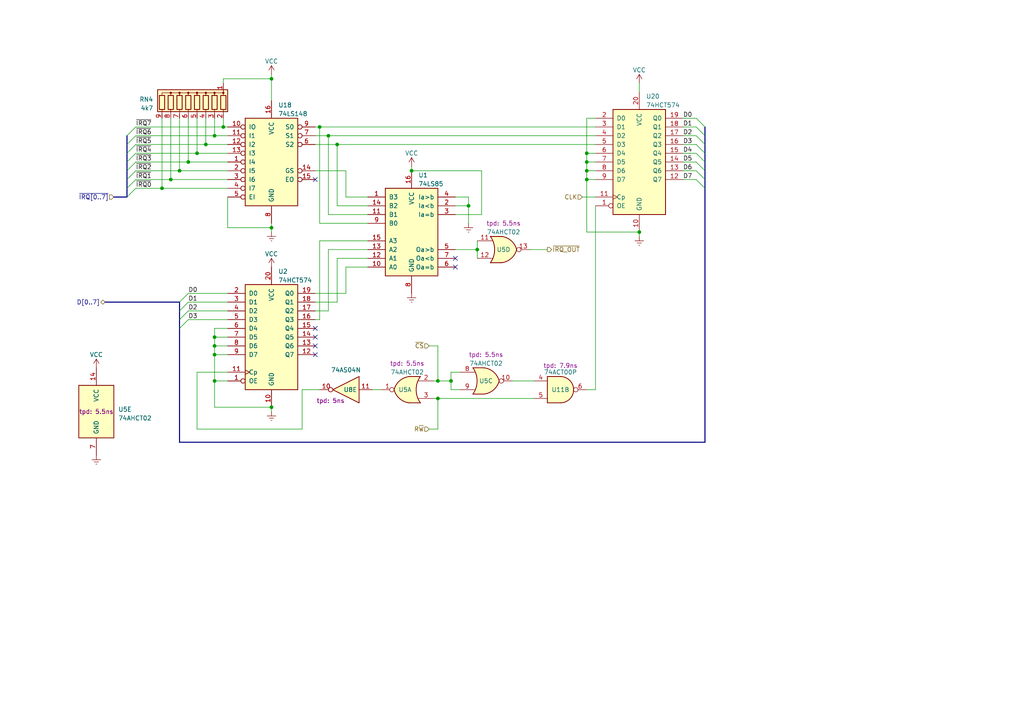
<source format=kicad_sch>
(kicad_sch (version 20230121) (generator eeschema)
  (paper "A4")
  (lib_symbols
    (symbol "74xx:74HCT00" (pin_names (offset 1.016))
      (property "Reference" "U" (at 0 1.27 0))
      (property "Value" "74HCT00" (at 0 -1.27 0))
      (symbol "74HCT00_1_1"
        (arc (start 0 -3.81) (mid 3.7934 0) (end 0 3.81) (stroke (width 0.254)) (fill (type background)))
        (polyline (pts (xy 0 3.81) (xy -3.81 3.81) (xy -3.81 -3.81) (xy 0 -3.81)) (stroke (width 0.254)) (fill (type background)))
        (pin input line (at -7.62 2.54 0) (length 3.81) (name "~") (number "1"))
        (pin input line (at -7.62 -2.54 0) (length 3.81) (name "~") (number "2"))
        (pin output inverted (at 7.62 0 180) (length 3.81) (name "~") (number "3"))
      )
      (symbol "74HCT00_1_2"
        (arc (start -3.81 -3.81) (mid -2.589 0) (end -3.81 3.81) (stroke (width 0.254)))
        (arc (start -0.6096 -3.81) (mid 2.1842 -2.5851) (end 3.81 0) (stroke (width 0.254)) (fill (type background)))
        (polyline (pts (xy -3.81 -3.81) (xy -0.635 -3.81)) (stroke (width 0.254)) (fill (type background)))
        (polyline (pts (xy -3.81 3.81) (xy -0.635 3.81)) (stroke (width 0.254)) (fill (type background)))
        (polyline (pts (xy -0.635 3.81) (xy -3.81 3.81) (xy -3.81 3.81) (xy -3.556 3.4036) (xy -3.0226 2.2606) (xy -2.6924 1.0414) (xy -2.6162 -0.254) (xy -2.7686 -1.4986) (xy -3.175 -2.7178) (xy -3.81 -3.81) (xy -3.81 -3.81) (xy -0.635 -3.81)) (stroke (width -25.4)) (fill (type background)))
        (arc (start 3.81 0) (mid 2.1915 2.5936) (end -0.6096 3.81) (stroke (width 0.254)) (fill (type background)))
        (pin input inverted (at -7.62 2.54 0) (length 4.318) (name "~") (number "1"))
        (pin input inverted (at -7.62 -2.54 0) (length 4.318) (name "~") (number "2"))
        (pin output line (at 7.62 0 180) (length 3.81) (name "~") (number "3"))
      )
      (symbol "74HCT00_2_1"
        (arc (start 0 -3.81) (mid 3.7934 0) (end 0 3.81) (stroke (width 0.254)) (fill (type background)))
        (polyline (pts (xy 0 3.81) (xy -3.81 3.81) (xy -3.81 -3.81) (xy 0 -3.81)) (stroke (width 0.254)) (fill (type background)))
        (pin input line (at -7.62 2.54 0) (length 3.81) (name "~") (number "4"))
        (pin input line (at -7.62 -2.54 0) (length 3.81) (name "~") (number "5"))
        (pin output inverted (at 7.62 0 180) (length 3.81) (name "~") (number "6"))
      )
      (symbol "74HCT00_2_2"
        (arc (start -3.81 -3.81) (mid -2.589 0) (end -3.81 3.81) (stroke (width 0.254)))
        (arc (start -0.6096 -3.81) (mid 2.1842 -2.5851) (end 3.81 0) (stroke (width 0.254)) (fill (type background)))
        (polyline (pts (xy -3.81 -3.81) (xy -0.635 -3.81)) (stroke (width 0.254)) (fill (type background)))
        (polyline (pts (xy -3.81 3.81) (xy -0.635 3.81)) (stroke (width 0.254)) (fill (type background)))
        (polyline (pts (xy -0.635 3.81) (xy -3.81 3.81) (xy -3.81 3.81) (xy -3.556 3.4036) (xy -3.0226 2.2606) (xy -2.6924 1.0414) (xy -2.6162 -0.254) (xy -2.7686 -1.4986) (xy -3.175 -2.7178) (xy -3.81 -3.81) (xy -3.81 -3.81) (xy -0.635 -3.81)) (stroke (width -25.4)) (fill (type background)))
        (arc (start 3.81 0) (mid 2.1915 2.5936) (end -0.6096 3.81) (stroke (width 0.254)) (fill (type background)))
        (pin input inverted (at -7.62 2.54 0) (length 4.318) (name "~") (number "4"))
        (pin input inverted (at -7.62 -2.54 0) (length 4.318) (name "~") (number "5"))
        (pin output line (at 7.62 0 180) (length 3.81) (name "~") (number "6"))
      )
      (symbol "74HCT00_3_1"
        (arc (start 0 -3.81) (mid 3.7934 0) (end 0 3.81) (stroke (width 0.254)) (fill (type background)))
        (polyline (pts (xy 0 3.81) (xy -3.81 3.81) (xy -3.81 -3.81) (xy 0 -3.81)) (stroke (width 0.254)) (fill (type background)))
        (pin input line (at -7.62 -2.54 0) (length 3.81) (name "~") (number "10"))
        (pin output inverted (at 7.62 0 180) (length 3.81) (name "~") (number "8"))
        (pin input line (at -7.62 2.54 0) (length 3.81) (name "~") (number "9"))
      )
      (symbol "74HCT00_3_2"
        (arc (start -3.81 -3.81) (mid -2.589 0) (end -3.81 3.81) (stroke (width 0.254)))
        (arc (start -0.6096 -3.81) (mid 2.1842 -2.5851) (end 3.81 0) (stroke (width 0.254)) (fill (type background)))
        (polyline (pts (xy -3.81 -3.81) (xy -0.635 -3.81)) (stroke (width 0.254)) (fill (type background)))
        (polyline (pts (xy -3.81 3.81) (xy -0.635 3.81)) (stroke (width 0.254)) (fill (type background)))
        (polyline (pts (xy -0.635 3.81) (xy -3.81 3.81) (xy -3.81 3.81) (xy -3.556 3.4036) (xy -3.0226 2.2606) (xy -2.6924 1.0414) (xy -2.6162 -0.254) (xy -2.7686 -1.4986) (xy -3.175 -2.7178) (xy -3.81 -3.81) (xy -3.81 -3.81) (xy -0.635 -3.81)) (stroke (width -25.4)) (fill (type background)))
        (arc (start 3.81 0) (mid 2.1915 2.5936) (end -0.6096 3.81) (stroke (width 0.254)) (fill (type background)))
        (pin input inverted (at -7.62 -2.54 0) (length 4.318) (name "~") (number "10"))
        (pin output line (at 7.62 0 180) (length 3.81) (name "~") (number "8"))
        (pin input inverted (at -7.62 2.54 0) (length 4.318) (name "~") (number "9"))
      )
      (symbol "74HCT00_4_1"
        (arc (start 0 -3.81) (mid 3.7934 0) (end 0 3.81) (stroke (width 0.254)) (fill (type background)))
        (polyline (pts (xy 0 3.81) (xy -3.81 3.81) (xy -3.81 -3.81) (xy 0 -3.81)) (stroke (width 0.254)) (fill (type background)))
        (pin output inverted (at 7.62 0 180) (length 3.81) (name "~") (number "11"))
        (pin input line (at -7.62 2.54 0) (length 3.81) (name "~") (number "12"))
        (pin input line (at -7.62 -2.54 0) (length 3.81) (name "~") (number "13"))
      )
      (symbol "74HCT00_4_2"
        (arc (start -3.81 -3.81) (mid -2.589 0) (end -3.81 3.81) (stroke (width 0.254)))
        (arc (start -0.6096 -3.81) (mid 2.1842 -2.5851) (end 3.81 0) (stroke (width 0.254)) (fill (type background)))
        (polyline (pts (xy -3.81 -3.81) (xy -0.635 -3.81)) (stroke (width 0.254)) (fill (type background)))
        (polyline (pts (xy -3.81 3.81) (xy -0.635 3.81)) (stroke (width 0.254)) (fill (type background)))
        (polyline (pts (xy -0.635 3.81) (xy -3.81 3.81) (xy -3.81 3.81) (xy -3.556 3.4036) (xy -3.0226 2.2606) (xy -2.6924 1.0414) (xy -2.6162 -0.254) (xy -2.7686 -1.4986) (xy -3.175 -2.7178) (xy -3.81 -3.81) (xy -3.81 -3.81) (xy -0.635 -3.81)) (stroke (width -25.4)) (fill (type background)))
        (arc (start 3.81 0) (mid 2.1915 2.5936) (end -0.6096 3.81) (stroke (width 0.254)) (fill (type background)))
        (pin output line (at 7.62 0 180) (length 3.81) (name "~") (number "11"))
        (pin input inverted (at -7.62 2.54 0) (length 4.318) (name "~") (number "12"))
        (pin input inverted (at -7.62 -2.54 0) (length 4.318) (name "~") (number "13"))
      )
      (symbol "74HCT00_5_0"
        (pin power_in line (at 0 12.7 270) (length 5.08) (name "VCC") (number "14"))
        (pin power_in line (at 0 -12.7 90) (length 5.08) (name "GND") (number "7"))
      )
      (symbol "74HCT00_5_1"
        (rectangle (start -5.08 7.62) (end 5.08 -7.62) (stroke (width 0.254)) (fill (type background)))
      )
    )
    (symbol "74xx:74HCT02" (pin_names (offset 1.016))
      (property "Reference" "U" (at 0 1.27 0))
      (property "Value" "74HCT02" (at 0 -1.27 0))
      (symbol "74HCT02_1_1"
        (arc (start -3.81 -3.81) (mid -2.589 0) (end -3.81 3.81) (stroke (width 0.254)))
        (arc (start -0.6096 -3.81) (mid 2.1842 -2.5851) (end 3.81 0) (stroke (width 0.254)) (fill (type background)))
        (polyline (pts (xy -3.81 -3.81) (xy -0.635 -3.81)) (stroke (width 0.254)) (fill (type background)))
        (polyline (pts (xy -3.81 3.81) (xy -0.635 3.81)) (stroke (width 0.254)) (fill (type background)))
        (polyline (pts (xy -0.635 3.81) (xy -3.81 3.81) (xy -3.81 3.81) (xy -3.556 3.4036) (xy -3.0226 2.2606) (xy -2.6924 1.0414) (xy -2.6162 -0.254) (xy -2.7686 -1.4986) (xy -3.175 -2.7178) (xy -3.81 -3.81) (xy -3.81 -3.81) (xy -0.635 -3.81)) (stroke (width -25.4)) (fill (type background)))
        (arc (start 3.81 0) (mid 2.1915 2.5936) (end -0.6096 3.81) (stroke (width 0.254)) (fill (type background)))
        (pin output inverted (at 7.62 0 180) (length 3.81) (name "~") (number "1"))
        (pin input line (at -7.62 2.54 0) (length 4.318) (name "~") (number "2"))
        (pin input line (at -7.62 -2.54 0) (length 4.318) (name "~") (number "3"))
      )
      (symbol "74HCT02_1_2"
        (arc (start 0 -3.81) (mid 3.7934 0) (end 0 3.81) (stroke (width 0.254)) (fill (type background)))
        (polyline (pts (xy 0 3.81) (xy -3.81 3.81) (xy -3.81 -3.81) (xy 0 -3.81)) (stroke (width 0.254)) (fill (type background)))
        (pin output line (at 7.62 0 180) (length 3.81) (name "~") (number "1"))
        (pin input inverted (at -7.62 2.54 0) (length 3.81) (name "~") (number "2"))
        (pin input inverted (at -7.62 -2.54 0) (length 3.81) (name "~") (number "3"))
      )
      (symbol "74HCT02_2_1"
        (arc (start -3.81 -3.81) (mid -2.589 0) (end -3.81 3.81) (stroke (width 0.254)))
        (arc (start -0.6096 -3.81) (mid 2.1842 -2.5851) (end 3.81 0) (stroke (width 0.254)) (fill (type background)))
        (polyline (pts (xy -3.81 -3.81) (xy -0.635 -3.81)) (stroke (width 0.254)) (fill (type background)))
        (polyline (pts (xy -3.81 3.81) (xy -0.635 3.81)) (stroke (width 0.254)) (fill (type background)))
        (polyline (pts (xy -0.635 3.81) (xy -3.81 3.81) (xy -3.81 3.81) (xy -3.556 3.4036) (xy -3.0226 2.2606) (xy -2.6924 1.0414) (xy -2.6162 -0.254) (xy -2.7686 -1.4986) (xy -3.175 -2.7178) (xy -3.81 -3.81) (xy -3.81 -3.81) (xy -0.635 -3.81)) (stroke (width -25.4)) (fill (type background)))
        (arc (start 3.81 0) (mid 2.1915 2.5936) (end -0.6096 3.81) (stroke (width 0.254)) (fill (type background)))
        (pin output inverted (at 7.62 0 180) (length 3.81) (name "~") (number "4"))
        (pin input line (at -7.62 2.54 0) (length 4.318) (name "~") (number "5"))
        (pin input line (at -7.62 -2.54 0) (length 4.318) (name "~") (number "6"))
      )
      (symbol "74HCT02_2_2"
        (arc (start 0 -3.81) (mid 3.7934 0) (end 0 3.81) (stroke (width 0.254)) (fill (type background)))
        (polyline (pts (xy 0 3.81) (xy -3.81 3.81) (xy -3.81 -3.81) (xy 0 -3.81)) (stroke (width 0.254)) (fill (type background)))
        (pin output line (at 7.62 0 180) (length 3.81) (name "~") (number "4"))
        (pin input inverted (at -7.62 2.54 0) (length 3.81) (name "~") (number "5"))
        (pin input inverted (at -7.62 -2.54 0) (length 3.81) (name "~") (number "6"))
      )
      (symbol "74HCT02_3_1"
        (arc (start -3.81 -3.81) (mid -2.589 0) (end -3.81 3.81) (stroke (width 0.254)))
        (arc (start -0.6096 -3.81) (mid 2.1842 -2.5851) (end 3.81 0) (stroke (width 0.254)) (fill (type background)))
        (polyline (pts (xy -3.81 -3.81) (xy -0.635 -3.81)) (stroke (width 0.254)) (fill (type background)))
        (polyline (pts (xy -3.81 3.81) (xy -0.635 3.81)) (stroke (width 0.254)) (fill (type background)))
        (polyline (pts (xy -0.635 3.81) (xy -3.81 3.81) (xy -3.81 3.81) (xy -3.556 3.4036) (xy -3.0226 2.2606) (xy -2.6924 1.0414) (xy -2.6162 -0.254) (xy -2.7686 -1.4986) (xy -3.175 -2.7178) (xy -3.81 -3.81) (xy -3.81 -3.81) (xy -0.635 -3.81)) (stroke (width -25.4)) (fill (type background)))
        (arc (start 3.81 0) (mid 2.1915 2.5936) (end -0.6096 3.81) (stroke (width 0.254)) (fill (type background)))
        (pin output inverted (at 7.62 0 180) (length 3.81) (name "~") (number "10"))
        (pin input line (at -7.62 2.54 0) (length 4.318) (name "~") (number "8"))
        (pin input line (at -7.62 -2.54 0) (length 4.318) (name "~") (number "9"))
      )
      (symbol "74HCT02_3_2"
        (arc (start 0 -3.81) (mid 3.7934 0) (end 0 3.81) (stroke (width 0.254)) (fill (type background)))
        (polyline (pts (xy 0 3.81) (xy -3.81 3.81) (xy -3.81 -3.81) (xy 0 -3.81)) (stroke (width 0.254)) (fill (type background)))
        (pin output line (at 7.62 0 180) (length 3.81) (name "~") (number "10"))
        (pin input inverted (at -7.62 2.54 0) (length 3.81) (name "~") (number "8"))
        (pin input inverted (at -7.62 -2.54 0) (length 3.81) (name "~") (number "9"))
      )
      (symbol "74HCT02_4_1"
        (arc (start -3.81 -3.81) (mid -2.589 0) (end -3.81 3.81) (stroke (width 0.254)))
        (arc (start -0.6096 -3.81) (mid 2.1842 -2.5851) (end 3.81 0) (stroke (width 0.254)) (fill (type background)))
        (polyline (pts (xy -3.81 -3.81) (xy -0.635 -3.81)) (stroke (width 0.254)) (fill (type background)))
        (polyline (pts (xy -3.81 3.81) (xy -0.635 3.81)) (stroke (width 0.254)) (fill (type background)))
        (polyline (pts (xy -0.635 3.81) (xy -3.81 3.81) (xy -3.81 3.81) (xy -3.556 3.4036) (xy -3.0226 2.2606) (xy -2.6924 1.0414) (xy -2.6162 -0.254) (xy -2.7686 -1.4986) (xy -3.175 -2.7178) (xy -3.81 -3.81) (xy -3.81 -3.81) (xy -0.635 -3.81)) (stroke (width -25.4)) (fill (type background)))
        (arc (start 3.81 0) (mid 2.1915 2.5936) (end -0.6096 3.81) (stroke (width 0.254)) (fill (type background)))
        (pin input line (at -7.62 2.54 0) (length 4.318) (name "~") (number "11"))
        (pin input line (at -7.62 -2.54 0) (length 4.318) (name "~") (number "12"))
        (pin output inverted (at 7.62 0 180) (length 3.81) (name "~") (number "13"))
      )
      (symbol "74HCT02_4_2"
        (arc (start 0 -3.81) (mid 3.7934 0) (end 0 3.81) (stroke (width 0.254)) (fill (type background)))
        (polyline (pts (xy 0 3.81) (xy -3.81 3.81) (xy -3.81 -3.81) (xy 0 -3.81)) (stroke (width 0.254)) (fill (type background)))
        (pin input inverted (at -7.62 2.54 0) (length 3.81) (name "~") (number "11"))
        (pin input inverted (at -7.62 -2.54 0) (length 3.81) (name "~") (number "12"))
        (pin output line (at 7.62 0 180) (length 3.81) (name "~") (number "13"))
      )
      (symbol "74HCT02_5_0"
        (pin power_in line (at 0 12.7 270) (length 5.08) (name "VCC") (number "14"))
        (pin power_in line (at 0 -12.7 90) (length 5.08) (name "GND") (number "7"))
      )
      (symbol "74HCT02_5_1"
        (rectangle (start -5.08 7.62) (end 5.08 -7.62) (stroke (width 0.254)) (fill (type background)))
      )
    )
    (symbol "74xx:74HCT574" (pin_names (offset 1.016))
      (property "Reference" "U" (at -7.62 16.51 0))
      (property "Value" "74HCT574" (at -7.62 -16.51 0))
      (symbol "74HCT574_1_0"
        (pin input inverted (at -12.7 -12.7 0) (length 5.08) (name "OE") (number "1"))
        (pin power_in line (at 0 -20.32 90) (length 5.08) (name "GND") (number "10"))
        (pin input clock (at -12.7 -10.16 0) (length 5.08) (name "Cp") (number "11"))
        (pin tri_state line (at 12.7 -5.08 180) (length 5.08) (name "Q7") (number "12"))
        (pin tri_state line (at 12.7 -2.54 180) (length 5.08) (name "Q6") (number "13"))
        (pin tri_state line (at 12.7 0 180) (length 5.08) (name "Q5") (number "14"))
        (pin tri_state line (at 12.7 2.54 180) (length 5.08) (name "Q4") (number "15"))
        (pin tri_state line (at 12.7 5.08 180) (length 5.08) (name "Q3") (number "16"))
        (pin tri_state line (at 12.7 7.62 180) (length 5.08) (name "Q2") (number "17"))
        (pin tri_state line (at 12.7 10.16 180) (length 5.08) (name "Q1") (number "18"))
        (pin tri_state line (at 12.7 12.7 180) (length 5.08) (name "Q0") (number "19"))
        (pin input line (at -12.7 12.7 0) (length 5.08) (name "D0") (number "2"))
        (pin power_in line (at 0 20.32 270) (length 5.08) (name "VCC") (number "20"))
        (pin input line (at -12.7 10.16 0) (length 5.08) (name "D1") (number "3"))
        (pin input line (at -12.7 7.62 0) (length 5.08) (name "D2") (number "4"))
        (pin input line (at -12.7 5.08 0) (length 5.08) (name "D3") (number "5"))
        (pin input line (at -12.7 2.54 0) (length 5.08) (name "D4") (number "6"))
        (pin input line (at -12.7 0 0) (length 5.08) (name "D5") (number "7"))
        (pin input line (at -12.7 -2.54 0) (length 5.08) (name "D6") (number "8"))
        (pin input line (at -12.7 -5.08 0) (length 5.08) (name "D7") (number "9"))
      )
      (symbol "74HCT574_1_1"
        (rectangle (start -7.62 15.24) (end 7.62 -15.24) (stroke (width 0.254)) (fill (type background)))
      )
    )
    (symbol "74xx:74LS04"
      (property "Reference" "U" (at 0 1.27 0))
      (property "Value" "74LS04" (at 0 -1.27 0))
      (symbol "74LS04_1_0"
        (polyline (pts (xy -3.81 3.81) (xy -3.81 -3.81) (xy 3.81 0) (xy -3.81 3.81)) (stroke (width 0.254)) (fill (type background)))
        (pin input line (at -7.62 0 0) (length 3.81) (name "~") (number "1"))
        (pin output inverted (at 7.62 0 180) (length 3.81) (name "~") (number "2"))
      )
      (symbol "74LS04_2_0"
        (polyline (pts (xy -3.81 3.81) (xy -3.81 -3.81) (xy 3.81 0) (xy -3.81 3.81)) (stroke (width 0.254)) (fill (type background)))
        (pin input line (at -7.62 0 0) (length 3.81) (name "~") (number "3"))
        (pin output inverted (at 7.62 0 180) (length 3.81) (name "~") (number "4"))
      )
      (symbol "74LS04_3_0"
        (polyline (pts (xy -3.81 3.81) (xy -3.81 -3.81) (xy 3.81 0) (xy -3.81 3.81)) (stroke (width 0.254)) (fill (type background)))
        (pin input line (at -7.62 0 0) (length 3.81) (name "~") (number "5"))
        (pin output inverted (at 7.62 0 180) (length 3.81) (name "~") (number "6"))
      )
      (symbol "74LS04_4_0"
        (polyline (pts (xy -3.81 3.81) (xy -3.81 -3.81) (xy 3.81 0) (xy -3.81 3.81)) (stroke (width 0.254)) (fill (type background)))
        (pin output inverted (at 7.62 0 180) (length 3.81) (name "~") (number "8"))
        (pin input line (at -7.62 0 0) (length 3.81) (name "~") (number "9"))
      )
      (symbol "74LS04_5_0"
        (polyline (pts (xy -3.81 3.81) (xy -3.81 -3.81) (xy 3.81 0) (xy -3.81 3.81)) (stroke (width 0.254)) (fill (type background)))
        (pin output inverted (at 7.62 0 180) (length 3.81) (name "~") (number "10"))
        (pin input line (at -7.62 0 0) (length 3.81) (name "~") (number "11"))
      )
      (symbol "74LS04_6_0"
        (polyline (pts (xy -3.81 3.81) (xy -3.81 -3.81) (xy 3.81 0) (xy -3.81 3.81)) (stroke (width 0.254)) (fill (type background)))
        (pin output inverted (at 7.62 0 180) (length 3.81) (name "~") (number "12"))
        (pin input line (at -7.62 0 0) (length 3.81) (name "~") (number "13"))
      )
      (symbol "74LS04_7_0"
        (pin power_in line (at 0 12.7 270) (length 5.08) (name "VCC") (number "14"))
        (pin power_in line (at 0 -12.7 90) (length 5.08) (name "GND") (number "7"))
      )
      (symbol "74LS04_7_1"
        (rectangle (start -5.08 7.62) (end 5.08 -7.62) (stroke (width 0.254)) (fill (type background)))
      )
    )
    (symbol "74xx:74LS148" (pin_names (offset 1.016))
      (property "Reference" "U" (at -7.62 13.97 0))
      (property "Value" "74LS148" (at -7.62 -13.97 0))
      (symbol "74LS148_1_0"
        (pin input inverted (at -12.7 0 0) (length 5.08) (name "I4") (number "1"))
        (pin input inverted (at -12.7 10.16 0) (length 5.08) (name "IO") (number "10"))
        (pin input inverted (at -12.7 7.62 0) (length 5.08) (name "I1") (number "11"))
        (pin input inverted (at -12.7 5.08 0) (length 5.08) (name "I2") (number "12"))
        (pin input inverted (at -12.7 2.54 0) (length 5.08) (name "I3") (number "13"))
        (pin output inverted (at 12.7 -2.54 180) (length 5.08) (name "GS") (number "14"))
        (pin output inverted (at 12.7 -5.08 180) (length 5.08) (name "EO") (number "15"))
        (pin power_in line (at 0 17.78 270) (length 5.08) (name "VCC") (number "16"))
        (pin input inverted (at -12.7 -2.54 0) (length 5.08) (name "I5") (number "2"))
        (pin input inverted (at -12.7 -5.08 0) (length 5.08) (name "I6") (number "3"))
        (pin input inverted (at -12.7 -7.62 0) (length 5.08) (name "I7") (number "4"))
        (pin input inverted (at -12.7 -10.16 0) (length 5.08) (name "EI") (number "5"))
        (pin output inverted (at 12.7 5.08 180) (length 5.08) (name "S2") (number "6"))
        (pin output inverted (at 12.7 7.62 180) (length 5.08) (name "S1") (number "7"))
        (pin power_in line (at 0 -17.78 90) (length 5.08) (name "GND") (number "8"))
        (pin output inverted (at 12.7 10.16 180) (length 5.08) (name "S0") (number "9"))
      )
      (symbol "74LS148_1_1"
        (rectangle (start -7.62 12.7) (end 7.62 -12.7) (stroke (width 0.254)) (fill (type background)))
      )
    )
    (symbol "74xx:74LS85" (pin_names (offset 1.016))
      (property "Reference" "U" (at -7.62 13.97 0))
      (property "Value" "74LS85" (at -7.62 -13.97 0))
      (symbol "74LS85_1_0"
        (pin input line (at -12.7 10.16 0) (length 5.08) (name "B3") (number "1"))
        (pin input line (at -12.7 -10.16 0) (length 5.08) (name "A0") (number "10"))
        (pin input line (at -12.7 5.08 0) (length 5.08) (name "B1") (number "11"))
        (pin input line (at -12.7 -7.62 0) (length 5.08) (name "A1") (number "12"))
        (pin input line (at -12.7 -5.08 0) (length 5.08) (name "A2") (number "13"))
        (pin input line (at -12.7 7.62 0) (length 5.08) (name "B2") (number "14"))
        (pin input line (at -12.7 -2.54 0) (length 5.08) (name "A3") (number "15"))
        (pin power_in line (at 0 17.78 270) (length 5.08) (name "VCC") (number "16"))
        (pin input line (at 12.7 7.62 180) (length 5.08) (name "Ia<b") (number "2"))
        (pin input line (at 12.7 5.08 180) (length 5.08) (name "Ia=b") (number "3"))
        (pin input line (at 12.7 10.16 180) (length 5.08) (name "Ia>b") (number "4"))
        (pin output line (at 12.7 -5.08 180) (length 5.08) (name "Oa>b") (number "5"))
        (pin output line (at 12.7 -10.16 180) (length 5.08) (name "Oa=b") (number "6"))
        (pin output line (at 12.7 -7.62 180) (length 5.08) (name "Oa<b") (number "7"))
        (pin power_in line (at 0 -17.78 90) (length 5.08) (name "GND") (number "8"))
        (pin input line (at -12.7 2.54 0) (length 5.08) (name "B0") (number "9"))
      )
      (symbol "74LS85_1_1"
        (rectangle (start -7.62 12.7) (end 7.62 -12.7) (stroke (width 0.254)) (fill (type background)))
      )
    )
    (symbol "Device:R_Network08" (pin_names (offset 0) hide)
      (property "Reference" "RN" (at -12.7 0 90))
      (property "Value" "R_Network08" (at 10.16 0 90))
      (symbol "R_Network08_0_1"
        (rectangle (start -11.43 -3.175) (end 8.89 3.175) (stroke (width 0.254)) (fill (type background)))
        (rectangle (start -10.922 1.524) (end -9.398 -2.54) (stroke (width 0.254)))
        (circle (center -10.16 2.286) (radius 0.254) (fill (type outline)))
        (rectangle (start -8.382 1.524) (end -6.858 -2.54) (stroke (width 0.254)))
        (circle (center -7.62 2.286) (radius 0.254) (fill (type outline)))
        (rectangle (start -5.842 1.524) (end -4.318 -2.54) (stroke (width 0.254)))
        (circle (center -5.08 2.286) (radius 0.254) (fill (type outline)))
        (rectangle (start -3.302 1.524) (end -1.778 -2.54) (stroke (width 0.254)))
        (circle (center -2.54 2.286) (radius 0.254) (fill (type outline)))
        (rectangle (start -0.762 1.524) (end 0.762 -2.54) (stroke (width 0.254)))
        (polyline (pts (xy -10.16 -2.54) (xy -10.16 -3.81)))
        (polyline (pts (xy -7.62 -2.54) (xy -7.62 -3.81)))
        (polyline (pts (xy -5.08 -2.54) (xy -5.08 -3.81)))
        (polyline (pts (xy -2.54 -2.54) (xy -2.54 -3.81)))
        (polyline (pts (xy 0 -2.54) (xy 0 -3.81)))
        (polyline (pts (xy 2.54 -2.54) (xy 2.54 -3.81)))
        (polyline (pts (xy 5.08 -2.54) (xy 5.08 -3.81)))
        (polyline (pts (xy 7.62 -2.54) (xy 7.62 -3.81)))
        (polyline (pts (xy -10.16 1.524) (xy -10.16 2.286) (xy -7.62 2.286) (xy -7.62 1.524)))
        (polyline (pts (xy -7.62 1.524) (xy -7.62 2.286) (xy -5.08 2.286) (xy -5.08 1.524)))
        (polyline (pts (xy -5.08 1.524) (xy -5.08 2.286) (xy -2.54 2.286) (xy -2.54 1.524)))
        (polyline (pts (xy -2.54 1.524) (xy -2.54 2.286) (xy 0 2.286) (xy 0 1.524)))
        (polyline (pts (xy 0 1.524) (xy 0 2.286) (xy 2.54 2.286) (xy 2.54 1.524)))
        (polyline (pts (xy 2.54 1.524) (xy 2.54 2.286) (xy 5.08 2.286) (xy 5.08 1.524)))
        (polyline (pts (xy 5.08 1.524) (xy 5.08 2.286) (xy 7.62 2.286) (xy 7.62 1.524)))
        (circle (center 0 2.286) (radius 0.254) (fill (type outline)))
        (rectangle (start 1.778 1.524) (end 3.302 -2.54) (stroke (width 0.254)))
        (circle (center 2.54 2.286) (radius 0.254) (fill (type outline)))
        (rectangle (start 4.318 1.524) (end 5.842 -2.54) (stroke (width 0.254)))
        (circle (center 5.08 2.286) (radius 0.254) (fill (type outline)))
        (rectangle (start 6.858 1.524) (end 8.382 -2.54) (stroke (width 0.254)))
      )
      (symbol "R_Network08_1_1"
        (pin passive line (at -10.16 5.08 270) (length 2.54) (name "common") (number "1"))
        (pin passive line (at -10.16 -5.08 90) (length 1.27) (name "R1") (number "2"))
        (pin passive line (at -7.62 -5.08 90) (length 1.27) (name "R2") (number "3"))
        (pin passive line (at -5.08 -5.08 90) (length 1.27) (name "R3") (number "4"))
        (pin passive line (at -2.54 -5.08 90) (length 1.27) (name "R4") (number "5"))
        (pin passive line (at 0 -5.08 90) (length 1.27) (name "R5") (number "6"))
        (pin passive line (at 2.54 -5.08 90) (length 1.27) (name "R6") (number "7"))
        (pin passive line (at 5.08 -5.08 90) (length 1.27) (name "R7") (number "8"))
        (pin passive line (at 7.62 -5.08 90) (length 1.27) (name "R8") (number "9"))
      )
    )
    (symbol "power:Earth" (power) (pin_names (offset 0))
      (symbol "Earth_0_1"
        (polyline (pts (xy -0.635 -1.905) (xy 0.635 -1.905)))
        (polyline (pts (xy -0.127 -2.54) (xy 0.127 -2.54)))
        (polyline (pts (xy 0 -1.27) (xy 0 0)))
        (polyline (pts (xy 1.27 -1.27) (xy -1.27 -1.27)))
      )
      (symbol "Earth_1_1"
        (pin power_in line (at 0 0 270) (length 0) hide (name "Earth") (number "1"))
      )
    )
    (symbol "power:VCC" (power) (pin_names (offset 0))
      (property "Value" "VCC" (at 0 3.81 0))
      (symbol "VCC_0_1"
        (polyline (pts (xy -0.762 1.27) (xy 0 2.54)))
        (polyline (pts (xy 0 0) (xy 0 2.54)))
        (polyline (pts (xy 0 2.54) (xy 0.762 1.27)))
      )
      (symbol "VCC_1_1"
        (pin power_in line (at 0 0 90) (length 0) hide (name "VCC") (number "1"))
      )
    )
  )
  (junction (at 170.18 52.07))
  (junction (at 170.18 46.99))
  (junction (at 49.53 52.07))
  (junction (at 78.74 118.11))
  (junction (at 78.74 22.86))
  (junction (at 64.77 36.83))
  (junction (at 78.74 66.04))
  (junction (at 62.23 102.87))
  (junction (at 62.23 110.49))
  (junction (at 119.38 49.53))
  (junction (at 95.25 39.37))
  (junction (at 59.69 41.91))
  (junction (at 62.23 97.79))
  (junction (at 62.23 39.37))
  (junction (at 170.18 49.53))
  (junction (at 52.07 49.53))
  (junction (at 127 115.57))
  (junction (at 97.79 41.91))
  (junction (at 185.42 67.31))
  (junction (at 135.89 59.69))
  (junction (at 62.23 100.33))
  (junction (at 46.99 54.61))
  (junction (at 57.15 44.45))
  (junction (at 92.71 36.83))
  (junction (at 127 110.49))
  (junction (at 170.18 44.45))
  (junction (at 54.61 46.99))
  (junction (at 130.81 110.49))
  (junction (at 138.43 72.39))
  (no_connect (at 132.08 77.47))
  (no_connect (at 91.44 102.87))
  (no_connect (at 91.44 100.33))
  (no_connect (at 132.08 74.93))
  (no_connect (at 91.44 97.79))
  (no_connect (at 91.44 52.07))
  (no_connect (at 91.44 95.25))
  (bus_entry (at 204.47 52.07) (size -2.54 -2.54))
  (bus_entry (at 36.83 39.37) (size 2.54 -2.54))
  (bus_entry (at 52.07 90.17) (size 2.54 -2.54))
  (bus_entry (at 52.07 95.25) (size 2.54 -2.54))
  (bus_entry (at 52.07 92.71) (size 2.54 -2.54))
  (bus_entry (at 204.47 36.83) (size -2.54 -2.54))
  (bus_entry (at 204.47 39.37) (size -2.54 -2.54))
  (bus_entry (at 36.83 52.07) (size 2.54 -2.54))
  (bus_entry (at 204.47 54.61) (size -2.54 -2.54))
  (bus_entry (at 204.47 46.99) (size -2.54 -2.54))
  (bus_entry (at 36.83 46.99) (size 2.54 -2.54))
  (bus_entry (at 204.47 44.45) (size -2.54 -2.54))
  (bus_entry (at 36.83 57.15) (size 2.54 -2.54))
  (bus_entry (at 36.83 54.61) (size 2.54 -2.54))
  (bus_entry (at 36.83 49.53) (size 2.54 -2.54))
  (bus_entry (at 204.47 49.53) (size -2.54 -2.54))
  (bus_entry (at 204.47 41.91) (size -2.54 -2.54))
  (bus_entry (at 36.83 41.91) (size 2.54 -2.54))
  (bus_entry (at 52.07 87.63) (size 2.54 -2.54))
  (bus_entry (at 36.83 44.45) (size 2.54 -2.54))
  (bus (pts (xy 36.83 49.53) (xy 36.83 52.07)))
  (wire (pts (xy 91.44 49.53) (xy 100.33 49.53)))
  (wire (pts (xy 39.37 52.07) (xy 49.53 52.07)))
  (wire (pts (xy 153.67 72.39) (xy 158.75 72.39)))
  (wire (pts (xy 62.23 95.25) (xy 62.23 97.79)))
  (bus (pts (xy 204.47 36.83) (xy 204.47 39.37)))
  (wire (pts (xy 198.12 41.91) (xy 201.93 41.91)))
  (wire (pts (xy 132.08 57.15) (xy 135.89 57.15)))
  (wire (pts (xy 62.23 39.37) (xy 62.23 34.29)))
  (wire (pts (xy 62.23 110.49) (xy 62.23 118.11)))
  (wire (pts (xy 62.23 110.49) (xy 66.04 110.49)))
  (wire (pts (xy 110.49 113.03) (xy 107.95 113.03)))
  (wire (pts (xy 39.37 49.53) (xy 52.07 49.53)))
  (wire (pts (xy 92.71 92.71) (xy 91.44 92.71)))
  (wire (pts (xy 54.61 87.63) (xy 66.04 87.63)))
  (wire (pts (xy 168.91 57.15) (xy 172.72 57.15)))
  (wire (pts (xy 95.25 39.37) (xy 172.72 39.37)))
  (bus (pts (xy 36.83 44.45) (xy 36.83 46.99)))
  (wire (pts (xy 132.08 59.69) (xy 135.89 59.69)))
  (wire (pts (xy 49.53 34.29) (xy 49.53 52.07)))
  (wire (pts (xy 46.99 54.61) (xy 66.04 54.61)))
  (wire (pts (xy 46.99 34.29) (xy 46.99 54.61)))
  (wire (pts (xy 198.12 34.29) (xy 201.93 34.29)))
  (wire (pts (xy 132.08 62.23) (xy 139.7 62.23)))
  (wire (pts (xy 92.71 69.85) (xy 92.71 92.71)))
  (wire (pts (xy 95.25 90.17) (xy 91.44 90.17)))
  (wire (pts (xy 170.18 67.31) (xy 185.42 67.31)))
  (wire (pts (xy 97.79 41.91) (xy 172.72 41.91)))
  (wire (pts (xy 64.77 36.83) (xy 66.04 36.83)))
  (bus (pts (xy 52.07 92.71) (xy 52.07 95.25)))
  (wire (pts (xy 172.72 113.03) (xy 172.72 59.69)))
  (bus (pts (xy 52.07 87.63) (xy 30.48 87.63)))
  (wire (pts (xy 127 100.33) (xy 127 110.49)))
  (wire (pts (xy 64.77 22.86) (xy 64.77 24.13)))
  (wire (pts (xy 54.61 46.99) (xy 66.04 46.99)))
  (wire (pts (xy 59.69 41.91) (xy 66.04 41.91)))
  (wire (pts (xy 52.07 49.53) (xy 66.04 49.53)))
  (wire (pts (xy 66.04 57.15) (xy 66.04 66.04)))
  (wire (pts (xy 139.7 62.23) (xy 139.7 49.53)))
  (wire (pts (xy 198.12 44.45) (xy 201.93 44.45)))
  (wire (pts (xy 119.38 48.26) (xy 119.38 49.53)))
  (wire (pts (xy 39.37 39.37) (xy 62.23 39.37)))
  (wire (pts (xy 138.43 72.39) (xy 138.43 74.93)))
  (wire (pts (xy 170.18 34.29) (xy 170.18 44.45)))
  (bus (pts (xy 52.07 90.17) (xy 52.07 92.71)))
  (bus (pts (xy 52.07 128.27) (xy 204.47 128.27)))
  (wire (pts (xy 106.68 62.23) (xy 95.25 62.23)))
  (wire (pts (xy 170.18 52.07) (xy 170.18 67.31)))
  (wire (pts (xy 62.23 102.87) (xy 66.04 102.87)))
  (wire (pts (xy 52.07 49.53) (xy 52.07 34.29)))
  (wire (pts (xy 170.18 44.45) (xy 172.72 44.45)))
  (wire (pts (xy 148.59 110.49) (xy 154.94 110.49)))
  (wire (pts (xy 57.15 107.95) (xy 66.04 107.95)))
  (wire (pts (xy 198.12 49.53) (xy 201.93 49.53)))
  (wire (pts (xy 139.7 49.53) (xy 119.38 49.53)))
  (wire (pts (xy 54.61 90.17) (xy 66.04 90.17)))
  (wire (pts (xy 49.53 52.07) (xy 66.04 52.07)))
  (wire (pts (xy 87.63 124.46) (xy 87.63 113.03)))
  (wire (pts (xy 106.68 64.77) (xy 92.71 64.77)))
  (wire (pts (xy 132.08 72.39) (xy 138.43 72.39)))
  (wire (pts (xy 92.71 36.83) (xy 172.72 36.83)))
  (bus (pts (xy 36.83 54.61) (xy 36.83 57.15)))
  (wire (pts (xy 91.44 39.37) (xy 95.25 39.37)))
  (wire (pts (xy 64.77 22.86) (xy 78.74 22.86)))
  (wire (pts (xy 87.63 113.03) (xy 92.71 113.03)))
  (bus (pts (xy 204.47 46.99) (xy 204.47 49.53)))
  (bus (pts (xy 36.83 39.37) (xy 36.83 41.91)))
  (wire (pts (xy 127 115.57) (xy 154.94 115.57)))
  (wire (pts (xy 78.74 66.04) (xy 78.74 67.31)))
  (wire (pts (xy 39.37 36.83) (xy 64.77 36.83)))
  (wire (pts (xy 135.89 57.15) (xy 135.89 59.69)))
  (bus (pts (xy 204.47 52.07) (xy 204.47 54.61)))
  (wire (pts (xy 95.25 72.39) (xy 106.68 72.39)))
  (wire (pts (xy 39.37 54.61) (xy 46.99 54.61)))
  (wire (pts (xy 78.74 119.38) (xy 78.74 118.11)))
  (wire (pts (xy 125.73 110.49) (xy 127 110.49)))
  (wire (pts (xy 185.42 26.67) (xy 185.42 24.13)))
  (wire (pts (xy 100.33 77.47) (xy 106.68 77.47)))
  (bus (pts (xy 36.83 52.07) (xy 36.83 54.61)))
  (wire (pts (xy 54.61 92.71) (xy 66.04 92.71)))
  (wire (pts (xy 100.33 77.47) (xy 100.33 85.09)))
  (wire (pts (xy 127 115.57) (xy 127 124.46)))
  (wire (pts (xy 135.89 59.69) (xy 135.89 64.77)))
  (bus (pts (xy 204.47 39.37) (xy 204.47 41.91)))
  (bus (pts (xy 52.07 87.63) (xy 52.07 90.17)))
  (bus (pts (xy 36.83 46.99) (xy 36.83 49.53)))
  (bus (pts (xy 204.47 41.91) (xy 204.47 44.45)))
  (wire (pts (xy 97.79 59.69) (xy 106.68 59.69)))
  (wire (pts (xy 78.74 64.77) (xy 78.74 66.04)))
  (wire (pts (xy 62.23 39.37) (xy 66.04 39.37)))
  (wire (pts (xy 39.37 46.99) (xy 54.61 46.99)))
  (wire (pts (xy 170.18 52.07) (xy 172.72 52.07)))
  (wire (pts (xy 97.79 41.91) (xy 97.79 59.69)))
  (wire (pts (xy 185.42 67.31) (xy 185.42 68.58)))
  (wire (pts (xy 130.81 107.95) (xy 130.81 110.49)))
  (wire (pts (xy 57.15 44.45) (xy 66.04 44.45)))
  (wire (pts (xy 62.23 118.11) (xy 78.74 118.11)))
  (wire (pts (xy 92.71 36.83) (xy 92.71 64.77)))
  (wire (pts (xy 198.12 52.07) (xy 201.93 52.07)))
  (bus (pts (xy 36.83 41.91) (xy 36.83 44.45)))
  (wire (pts (xy 57.15 124.46) (xy 87.63 124.46)))
  (bus (pts (xy 204.47 54.61) (xy 204.47 128.27)))
  (wire (pts (xy 198.12 46.99) (xy 201.93 46.99)))
  (wire (pts (xy 170.18 46.99) (xy 172.72 46.99)))
  (wire (pts (xy 91.44 36.83) (xy 92.71 36.83)))
  (wire (pts (xy 62.23 102.87) (xy 62.23 110.49)))
  (wire (pts (xy 170.18 44.45) (xy 170.18 46.99)))
  (wire (pts (xy 57.15 44.45) (xy 57.15 34.29)))
  (wire (pts (xy 100.33 57.15) (xy 106.68 57.15)))
  (wire (pts (xy 133.35 113.03) (xy 130.81 113.03)))
  (wire (pts (xy 100.33 85.09) (xy 91.44 85.09)))
  (wire (pts (xy 100.33 49.53) (xy 100.33 57.15)))
  (wire (pts (xy 59.69 41.91) (xy 59.69 34.29)))
  (wire (pts (xy 130.81 110.49) (xy 127 110.49)))
  (wire (pts (xy 62.23 100.33) (xy 62.23 102.87)))
  (wire (pts (xy 133.35 107.95) (xy 130.81 107.95)))
  (wire (pts (xy 64.77 36.83) (xy 64.77 34.29)))
  (bus (pts (xy 52.07 128.27) (xy 52.07 95.25)))
  (wire (pts (xy 62.23 97.79) (xy 62.23 100.33)))
  (wire (pts (xy 39.37 44.45) (xy 57.15 44.45)))
  (wire (pts (xy 54.61 85.09) (xy 66.04 85.09)))
  (bus (pts (xy 33.02 57.15) (xy 36.83 57.15)))
  (wire (pts (xy 97.79 74.93) (xy 97.79 87.63)))
  (wire (pts (xy 95.25 72.39) (xy 95.25 90.17)))
  (wire (pts (xy 170.18 49.53) (xy 170.18 52.07)))
  (wire (pts (xy 127 100.33) (xy 124.46 100.33)))
  (wire (pts (xy 62.23 100.33) (xy 66.04 100.33)))
  (wire (pts (xy 39.37 41.91) (xy 59.69 41.91)))
  (wire (pts (xy 97.79 87.63) (xy 91.44 87.63)))
  (wire (pts (xy 92.71 69.85) (xy 106.68 69.85)))
  (wire (pts (xy 97.79 74.93) (xy 106.68 74.93)))
  (bus (pts (xy 204.47 44.45) (xy 204.47 46.99)))
  (wire (pts (xy 170.18 113.03) (xy 172.72 113.03)))
  (wire (pts (xy 198.12 39.37) (xy 201.93 39.37)))
  (wire (pts (xy 170.18 49.53) (xy 172.72 49.53)))
  (bus (pts (xy 204.47 49.53) (xy 204.47 52.07)))
  (wire (pts (xy 138.43 69.85) (xy 138.43 72.39)))
  (wire (pts (xy 62.23 97.79) (xy 66.04 97.79)))
  (wire (pts (xy 130.81 113.03) (xy 130.81 110.49)))
  (wire (pts (xy 78.74 22.86) (xy 78.74 21.59)))
  (wire (pts (xy 170.18 34.29) (xy 172.72 34.29)))
  (wire (pts (xy 91.44 41.91) (xy 97.79 41.91)))
  (wire (pts (xy 57.15 124.46) (xy 57.15 107.95)))
  (wire (pts (xy 124.46 124.46) (xy 127 124.46)))
  (wire (pts (xy 78.74 22.86) (xy 78.74 29.21)))
  (wire (pts (xy 198.12 36.83) (xy 201.93 36.83)))
  (wire (pts (xy 66.04 95.25) (xy 62.23 95.25)))
  (wire (pts (xy 170.18 46.99) (xy 170.18 49.53)))
  (wire (pts (xy 66.04 66.04) (xy 78.74 66.04)))
  (wire (pts (xy 125.73 115.57) (xy 127 115.57)))
  (wire (pts (xy 95.25 39.37) (xy 95.25 62.23)))
  (wire (pts (xy 54.61 46.99) (xy 54.61 34.29)))
  (label "D4" (at 198.12 44.45 0))
  (label "D0" (at 54.61 85.09 0))
  (label "D3" (at 198.12 41.91 0))
  (label "D6" (at 198.12 49.53 0))
  (label "D7" (at 198.12 52.07 0))
  (label "D0" (at 198.12 34.29 0))
  (label "~{IRQ7}" (at 39.37 36.83 0))
  (label "~{IRQ4}" (at 39.37 44.45 0))
  (label "D2" (at 198.12 39.37 0))
  (label "D1" (at 54.61 87.63 0))
  (label "D3" (at 54.61 92.71 0))
  (label "~{IRQ1}" (at 39.37 52.07 0))
  (label "D2" (at 54.61 90.17 0))
  (label "D1" (at 198.12 36.83 0))
  (label "~{IRQ3}" (at 39.37 46.99 0))
  (label "D5" (at 198.12 46.99 0))
  (label "~{IRQ0}" (at 39.37 54.61 0))
  (label "~{IRQ2}" (at 39.37 49.53 0))
  (label "~{IRQ5}" (at 39.37 41.91 0))
  (label "~{IRQ6}" (at 39.37 39.37 0))
  (hierarchical_label "~{CS}" (shape input) (at 124.46 100.33 180) (property "Intersheetrefs" "${INTERSHEET_REFS}" (effects hide)))
  (hierarchical_label "CLK" (shape input) (at 168.91 57.15 180))
  (hierarchical_label "~{IRQ_OUT}" (shape output) (at 158.75 72.39 0))
  (hierarchical_label "~{IRQ[0..7]}" (shape input) (at 33.02 57.15 180))
  (hierarchical_label "R~{W}" (shape input) (at 124.46 124.46 180) (property "Intersheetrefs" "${INTERSHEET_REFS}" (effects hide)))
  (hierarchical_label "D[0..7]" (shape bidirectional) (at 30.48 87.63 180))
  (symbol (lib_id "Device:R_Network08") (at 54.61 29.21 0) (mirror y) (unit 1)
    (property "Reference" "RN4" (at 44.45 28.829 0) (effects (justify left)))
    (property "Value" "4k7" (at 44.45 31.369 0) (effects (justify left)))
    (property "Footprint" "Resistor_THT:R_Array_SIP9" (effects hide))
    (property "Datasheet" "http://www.vishay.com/docs/31509/csc.pdf" (effects hide))
    (instances (project "rod6502" (path "" (reference "RN4") (unit 1)) (path "" (reference "RN1") (unit 1))))
  )
  (symbol (lib_id "74xx:74HCT02") (at 146.05 72.39 0) (unit 4)
    (property "Reference" "U5" (at 146.05 72.39 0))
    (property "Value" "74AHCT02" (at 146.05 67.31 0))
    (property "Datasheet" "https://assets.nexperia.com/documents/data-sheet/74AHC_AHCT02.pdf" (effects hide))
    (property "tpd" "5.5ns" (at 146.05 64.77 0) (show_name))
  )
  (symbol (lib_id "74xx:74HCT00") (at 162.56 113.03 0) (unit 2)
    (property "Reference" "U11" (at 162.56 113.03 0))
    (property "Value" "74ACT00P" (at 162.5517 107.95 0))
    (property "Datasheet" "https://toshiba.semicon-storage.com/info/TC74ACT00P_datasheet_en_20220525.pdf?did=3200&prodName=TC74ACT00P" (effects hide))
    (property "tpd" "7.9ns" (at 162.56 106.045 0) (show_name))
    (instances (project "rod6502" (path "" (reference "U11") (unit 2)) (path "" (reference "U7") (unit 3)) (path "" (reference "U8") (unit 3))))
  )
  (symbol (lib_id "power:Earth") (at 119.38 85.09 0) (unit 1)
    (property "Reference" "#PWR035" (effects hide))
    (property "Value" "Earth" (effects hide))
    (instances (project "rod6502" (path "" (reference "#PWR035") (unit 1)) (path "" (reference "#PWR013") (unit 1))))
  )
  (symbol (lib_id "74xx:74LS85") (at 119.38 67.31 0) (unit 1)
    (property "Reference" "U1" (at 121.3359 50.8 0) (effects (justify left)))
    (property "Value" "74LS85" (at 121.3359 53.34 0) (effects (justify left)))
    (property "Datasheet" "http://www.ti.com/lit/gpn/sn74LS85" (effects hide))
    (instances (project "rod6502" (path "" (reference "U1") (unit 1)) (path "" (reference "U4") (unit 1))))
  )
  (symbol (lib_id "power:VCC") (at 185.42 24.13 0) (unit 1)
    (property "Reference" "#PWR034" (effects hide))
    (property "Value" "+5V" (at 185.42 20.32 0))
    (instances (project "rod6502" (path "" (reference "#PWR034") (unit 1)) (path "" (reference "#PWR07") (unit 1))))
  )
  (symbol (lib_id "74xx:74HCT02") (at 140.97 110.49 0) (unit 3)
    (property "Reference" "U5" (at 140.97 110.49 0))
    (property "Value" "74AHCT02" (at 140.97 105.41 0))
    (property "Datasheet" "https://assets.nexperia.com/documents/data-sheet/74AHC_AHCT02.pdf" (effects hide))
    (property "tpd" "5.5ns" (at 140.97 102.87 0) (show_name))
  )
  (symbol (lib_id "74xx:74HCT574") (at 78.74 97.79 0) (unit 1)
    (property "Reference" "U2" (at 80.6959 78.74 0) (effects (justify left)))
    (property "Value" "74HCT574" (at 80.6959 81.28 0) (effects (justify left)))
    (property "Datasheet" "http://www.ti.com/lit/gpn/sn74HCT574" (effects hide))
    (instances (project "rod6502" (path "" (reference "U2") (unit 1)) (path "" (reference "U6") (unit 1))))
  )
  (symbol (lib_id "power:Earth") (at 78.74 119.38 0) (unit 1)
    (property "Reference" "#PWR028" (effects hide))
    (property "Value" "Earth" (effects hide))
    (instances (project "rod6502" (path "" (reference "#PWR028") (unit 1)) (path "" (reference "#PWR015") (unit 1))))
  )
  (symbol (lib_id "74xx:74HCT574") (at 185.42 46.99 0) (unit 1)
    (property "Reference" "U20" (at 187.3759 27.94 0) (effects (justify left)))
    (property "Value" "74HCT574" (at 187.3759 30.48 0) (effects (justify left)))
    (property "Datasheet" "http://www.ti.com/lit/gpn/sn74HCT574" (effects hide))
    (instances (project "rod6502" (path "" (reference "U20") (unit 1)) (path "" (reference "U3") (unit 1))))
  )
  (symbol (lib_id "74xx:74HCT02") (at 27.94 119.38 0) (unit 5)
    (property "Reference" "U5" (at 34.29 118.745 0) (effects (justify left)))
    (property "Value" "74AHCT02" (at 34.29 121.285 0) (effects (justify left)))
    (property "Datasheet" "https://assets.nexperia.com/documents/data-sheet/74AHC_AHCT02.pdf" (effects hide))
    (property "tpd" "5.5ns" (at 27.94 119.38 0) (show_name))
  )
  (symbol (lib_id "power:Earth") (at 185.42 68.58 0) (unit 1)
    (property "Reference" "#PWR035" (effects hide))
    (property "Value" "Earth" (effects hide))
    (instances (project "rod6502" (path "" (reference "#PWR035") (unit 1)) (path "" (reference "#PWR011") (unit 1))))
  )
  (symbol (lib_id "74xx:74HCT02") (at 118.11 113.03 0) (mirror y) (unit 1)
    (property "Reference" "U5" (at 117.475 113.03 0))
    (property "Value" "74AHCT02" (at 118.11 107.95 0))
    (property "Datasheet" "https://assets.nexperia.com/documents/data-sheet/74AHC_AHCT02.pdf" (effects hide))
    (property "tpd" "5.5ns" (at 118.11 105.41 0) (show_name))
  )
  (symbol (lib_id "74xx:74LS148") (at 78.74 46.99 0) (unit 1)
    (property "Reference" "U18" (at 80.6959 30.48 0) (effects (justify left)))
    (property "Value" "74LS148" (at 80.6959 33.02 0) (effects (justify left)))
    (property "Datasheet" "http://www.ti.com/lit/gpn/sn74LS148" (effects hide))
    (instances (project "rod6502" (path "" (reference "U18") (unit 1)) (path "" (reference "U2") (unit 1))))
  )
  (symbol (lib_id "power:Earth") (at 27.94 132.08 0) (unit 1)
    (property "Reference" "#PWR035" (effects hide))
    (property "Value" "Earth" (effects hide))
    (instances (project "rod6502" (path "" (reference "#PWR035") (unit 1)) (path "" (reference "#PWR016") (unit 1))))
  )
  (symbol (lib_id "74xx:74LS04") (at 100.33 113.03 0) (mirror y) (unit 5)
    (property "Reference" "U8" (at 101.6 113.03 0))
    (property "Value" "74AS04N" (at 100.33 107.315 0))
    (property "Datasheet" "http://www.ti.com/lit/gpn/sn74AS04" (effects hide))
    (property "tpd" "5ns" (at 95.885 116.205 0) (show_name))
    (instances (project "rod6502" (path "" (reference "U8") (unit 5)) (path "" (reference "U7") (unit 5))))
  )
  (symbol (lib_id "power:VCC") (at 78.74 21.59 0) (unit 1)
    (property "Reference" "#PWR023" (effects hide))
    (property "Value" "+5V" (at 78.74 17.78 0))
    (instances (project "rod6502" (path "" (reference "#PWR023") (unit 1)) (path "" (reference "#PWR06") (unit 1))))
  )
  (symbol (lib_id "power:Earth") (at 78.74 67.31 0) (unit 1)
    (property "Reference" "#PWR024" (effects hide))
    (property "Value" "Earth" (effects hide))
    (instances (project "rod6502" (path "" (reference "#PWR024") (unit 1)) (path "" (reference "#PWR010") (unit 1))))
  )
  (symbol (lib_id "power:VCC") (at 119.38 48.26 0) (unit 1)
    (property "Reference" "#PWR034" (effects hide))
    (property "Value" "+5V" (at 119.38 44.45 0))
    (instances (project "rod6502" (path "" (reference "#PWR034") (unit 1)) (path "" (reference "#PWR08") (unit 1))))
  )
  (symbol (lib_id "power:VCC") (at 27.94 106.68 0) (unit 1)
    (property "Reference" "#PWR034" (effects hide))
    (property "Value" "+5V" (at 27.94 102.87 0))
    (instances (project "rod6502" (path "" (reference "#PWR034") (unit 1)) (path "" (reference "#PWR014") (unit 1))))
  )
  (symbol (lib_id "power:Earth") (at 135.89 64.77 0) (unit 1)
    (property "Reference" "#PWR024" (effects hide))
    (property "Value" "Earth" (effects hide))
    (instances (project "rod6502" (path "" (reference "#PWR024") (unit 1)) (path "" (reference "#PWR09") (unit 1))))
  )
  (symbol (lib_id "power:VCC") (at 78.74 77.47 0) (unit 1)
    (property "Reference" "#PWR029" (effects hide))
    (property "Value" "+5V" (at 78.74 73.66 0))
    (instances (project "rod6502" (path "" (reference "#PWR029") (unit 1)) (path "" (reference "#PWR012") (unit 1))))
  )
)
</source>
